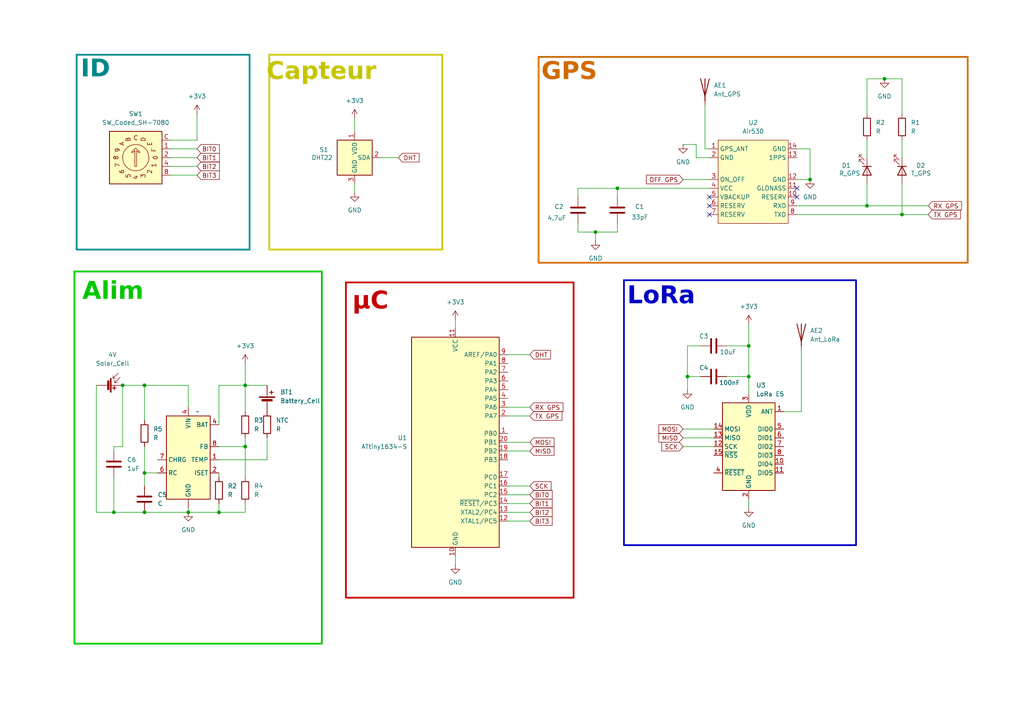
<source format=kicad_sch>
(kicad_sch (version 20250114) (generator "eeschema") (generator_version "9.0")
  (paper "A4")
  (title_block (title "Capteur Attiny") (date "2026-01-23") (rev "0") (company "Lycee Livet") (comment 1 "AMIAUT Tom"))
  (lib_symbols
    (symbol "Device:Antenna" (pin_numbers (hide yes)) (pin_names (offset 1.016) (hide yes))
      (property "Reference" "AE" (at -1.905 1.905 0))
      (property "Value" "Antenna" (at -1.905 0 0))
      (symbol "Antenna_0_1"
        (polyline (pts (xy 0 2.54) (xy 0 -3.81)) (stroke (width 0.254)))
        (polyline (pts (xy 1.27 2.54) (xy 0 -2.54) (xy -1.27 2.54)) (stroke (width 0.254)))
      )
      (symbol "Antenna_1_1"
        (pin input line (at 0 -5.08 90) (length 2.54) (name "A") (number "1"))
      )
    )
    (symbol "Device:Battery_Cell" (pin_numbers (hide yes)) (pin_names (offset 0) (hide yes))
      (property "Reference" "BT" (at 2.54 2.54 0))
      (property "Value" "Battery_Cell" (at 2.54 0 0))
      (symbol "Battery_Cell_0_1"
        (rectangle (start -2.286 1.778) (end 2.286 1.524) (fill (type outline)))
        (rectangle (start -1.524 1.016) (end 1.524 0.508) (fill (type outline)))
        (polyline (pts (xy 0 1.778) (xy 0 2.54)))
        (polyline (pts (xy 0 0.762) (xy 0 0)))
        (polyline (pts (xy 0.762 3.048) (xy 1.778 3.048)) (stroke (width 0.254)))
        (polyline (pts (xy 1.27 3.556) (xy 1.27 2.54)) (stroke (width 0.254)))
      )
      (symbol "Battery_Cell_1_1"
        (pin passive line (at 0 5.08 270) (length 2.54) (name "+") (number "1"))
        (pin passive line (at 0 -2.54 90) (length 2.54) (name "-") (number "2"))
      )
    )
    (symbol "Device:C" (pin_numbers (hide yes)) (pin_names (offset 0.254))
      (property "Reference" "C" (at 0.635 2.54 0))
      (property "Value" "C" (at 0.635 -2.54 0))
      (symbol "C_0_1"
        (polyline (pts (xy -2.032 0.762) (xy 2.032 0.762)) (stroke (width 0.508)))
        (polyline (pts (xy -2.032 -0.762) (xy 2.032 -0.762)) (stroke (width 0.508)))
      )
      (symbol "C_1_1"
        (pin passive line (at 0 3.81 270) (length 2.794) (name "~") (number "1"))
        (pin passive line (at 0 -3.81 90) (length 2.794) (name "~") (number "2"))
      )
    )
    (symbol "Device:LED" (pin_numbers (hide yes)) (pin_names (offset 1.016) (hide yes))
      (property "Reference" "D" (at 0 2.54 0))
      (property "Value" "LED" (at 0 -2.54 0))
      (symbol "LED_0_1"
        (polyline (pts (xy -3.048 -0.762) (xy -4.572 -2.286) (xy -3.81 -2.286) (xy -4.572 -2.286) (xy -4.572 -1.524)))
        (polyline (pts (xy -1.778 -0.762) (xy -3.302 -2.286) (xy -2.54 -2.286) (xy -3.302 -2.286) (xy -3.302 -1.524)))
        (polyline (pts (xy -1.27 0) (xy 1.27 0)))
        (polyline (pts (xy -1.27 -1.27) (xy -1.27 1.27)) (stroke (width 0.254)))
        (polyline (pts (xy 1.27 -1.27) (xy 1.27 1.27) (xy -1.27 0) (xy 1.27 -1.27)) (stroke (width 0.254)))
      )
      (symbol "LED_1_1"
        (pin passive line (at -3.81 0 0) (length 2.54) (name "K") (number "1"))
        (pin passive line (at 3.81 0 180) (length 2.54) (name "A") (number "2"))
      )
    )
    (symbol "Device:R" (pin_numbers (hide yes)) (pin_names (offset 0))
      (property "Reference" "R" (at 2.032 0 90))
      (property "Value" "R" (at 0 0 90))
      (symbol "R_0_1"
        (rectangle (start -1.016 -2.54) (end 1.016 2.54) (stroke (width 0.254)))
      )
      (symbol "R_1_1"
        (pin passive line (at 0 3.81 270) (length 1.27) (name "~") (number "1"))
        (pin passive line (at 0 -3.81 90) (length 1.27) (name "~") (number "2"))
      )
    )
    (symbol "Device:Solar_Cell" (pin_numbers (hide yes)) (pin_names (offset 0) (hide yes))
      (property "Reference" "SC" (at 2.54 2.54 0))
      (property "Value" "Solar_Cell" (at 2.54 0 0))
      (symbol "Solar_Cell_0_1"
        (polyline (pts (xy -2.032 3.048) (xy -2.032 2.286) (xy -2.794 2.286)))
        (polyline (pts (xy -2.032 2.286) (xy -3.556 3.81)))
        (rectangle (start -2.032 1.778) (end 2.032 1.524) (fill (type outline)))
        (rectangle (start -1.3208 1.1938) (end 1.27 0.6858) (fill (type outline)))
        (polyline (pts (xy -0.762 3.556) (xy -0.762 2.794) (xy -1.524 2.794)))
        (polyline (pts (xy -0.762 2.794) (xy -2.286 4.318)))
        (polyline (pts (xy 0 1.778) (xy 0 2.54)))
        (polyline (pts (xy 0 0.762) (xy 0 0)))
        (polyline (pts (xy 0.254 2.667) (xy 1.27 2.667)) (stroke (width 0.254)))
        (polyline (pts (xy 0.762 3.175) (xy 0.762 2.159)) (stroke (width 0.254)))
      )
      (symbol "Solar_Cell_1_1"
        (pin passive line (at 0 5.08 270) (length 2.54) (name "+") (number "1"))
        (pin passive line (at 0 -2.54 90) (length 2.54) (name "-") (number "2"))
      )
    )
    (symbol "MCU_Microchip_ATtiny:ATtiny1634-S"
      (property "Reference" "U" (at -12.7 31.75 0))
      (property "Value" "ATtiny1634-S" (at 2.54 -31.75 0))
      (symbol "ATtiny1634-S_0_1"
        (rectangle (start -12.7 -30.48) (end 12.7 30.48) (stroke (width 0.254)) (fill (type background)))
      )
      (symbol "ATtiny1634-S_1_1"
        (pin power_in line (at 0 33.02 270) (length 2.54) (name "VCC") (number "11"))
        (pin power_in line (at 0 -33.02 90) (length 2.54) (name "GND") (number "10"))
        (pin bidirectional line (at 15.24 25.4 180) (length 2.54) (name "AREF/PA0") (number "9"))
        (pin bidirectional line (at 15.24 22.86 180) (length 2.54) (name "PA1") (number "8"))
        (pin bidirectional line (at 15.24 20.32 180) (length 2.54) (name "PA2") (number "7"))
        (pin bidirectional line (at 15.24 17.78 180) (length 2.54) (name "PA3") (number "6"))
        (pin bidirectional line (at 15.24 15.24 180) (length 2.54) (name "PA4") (number "5"))
        (pin bidirectional line (at 15.24 12.7 180) (length 2.54) (name "PA5") (number "4"))
        (pin bidirectional line (at 15.24 10.16 180) (length 2.54) (name "PA6") (number "3"))
        (pin bidirectional line (at 15.24 7.62 180) (length 2.54) (name "PA7") (number "2"))
        (pin bidirectional line (at 15.24 2.54 180) (length 2.54) (name "PB0") (number "1"))
        (pin bidirectional line (at 15.24 0 180) (length 2.54) (name "PB1") (number "20"))
        (pin bidirectional line (at 15.24 -2.54 180) (length 2.54) (name "PB2") (number "19"))
        (pin bidirectional line (at 15.24 -5.08 180) (length 2.54) (name "PB3") (number "18"))
        (pin bidirectional line (at 15.24 -10.16 180) (length 2.54) (name "PC0") (number "17"))
        (pin bidirectional line (at 15.24 -12.7 180) (length 2.54) (name "PC1") (number "16"))
        (pin bidirectional line (at 15.24 -15.24 180) (length 2.54) (name "PC2") (number "15"))
        (pin bidirectional line (at 15.24 -17.78 180) (length 2.54) (name "~{RESET}/PC3") (number "14"))
        (pin bidirectional line (at 15.24 -20.32 180) (length 2.54) (name "XTAL2/PC4") (number "13"))
        (pin bidirectional line (at 15.24 -22.86 180) (length 2.54) (name "XTAL1/PC5") (number "12"))
      )
    )
    (symbol "Projet_composants:Air530"
      (property "Reference" "GPS" (at -0.254 15.748 0))
      (property "Value" "Air530" (at -0.254 -12.954 0))
      (symbol "Air530_1_1"
        (rectangle (start -10.16 13.97) (end 10.16 -10.16) (fill (type background)))
        (pin input line (at -12.7 11.43 0) (length 2.54) (name "GPS_ANT") (number "1"))
        (pin power_in line (at -12.7 8.89 0) (length 2.54) (name "GND") (number "2"))
        (pin power_in line (at -12.7 2.54 0) (length 2.54) (name "ON_OFF") (number "3"))
        (pin power_in line (at -12.7 0 0) (length 2.54) (name "VCC") (number "4"))
        (pin passive line (at -12.7 -2.54 0) (length 2.54) (name "VBACKUP") (number "5"))
        (pin passive line (at -12.7 -5.08 0) (length 2.54) (name "RESERV") (number "6"))
        (pin passive line (at -12.7 -7.62 0) (length 2.54) (name "RESERV") (number "7"))
        (pin power_in line (at 12.7 11.43 180) (length 2.54) (name "GND") (number "14"))
        (pin power_in line (at 12.7 8.89 180) (length 2.54) (name "1PPS") (number "13"))
        (pin power_in line (at 12.7 2.54 180) (length 2.54) (name "GND") (number "12"))
        (pin passive line (at 12.7 0 180) (length 2.54) (name "GLONASS") (number "11"))
        (pin input line (at 12.7 -2.54 180) (length 2.54) (name "RESERV") (number "10"))
        (pin input line (at 12.7 -5.08 180) (length 2.54) (name "RXD") (number "9"))
        (pin output line (at 12.7 -7.62 180) (length 2.54) (name "TXD") (number "8"))
      )
    )
    (symbol "Projet_composants:CN3083"
      (symbol "CN3083_1_1"
        (rectangle (start -6.35 8.89) (end 6.35 -15.24) (stroke (width 0.254)) (fill (type background)))
        (pin passive line (at -8.89 -3.81 0) (length 2.54) (name "CHRG") (number "7"))
        (pin passive line (at -8.89 -7.62 0) (length 2.54) (name "RC") (number "6"))
        (pin power_in line (at 0 11.43 270) (length 2.54) (name "VIN") (number "4"))
        (pin power_in line (at 0 -17.78 90) (length 2.54) (name "GND") (number ""))
        (pin input line (at 8.89 6.35 180) (length 2.54) (name "BAT") (number "4"))
        (pin power_in line (at 8.89 0 180) (length 2.54) (name "FB") (number "8"))
        (pin passive line (at 8.89 -3.81 180) (length 2.54) (name "TEMP") (number "1"))
        (pin passive line (at 8.89 -7.62 180) (length 2.54) (name "ISET") (number "2"))
      )
    )
    (symbol "RF_Module:Ai-Thinker-Ra-01"
      (property "Reference" "U" (at 2.54 17.78 0))
      (property "Value" "Ai-Thinker-Ra-01" (at 13.97 -15.24 0))
      (symbol "Ai-Thinker-Ra-01_0_1"
        (rectangle (start -7.62 12.7) (end 7.62 -12.7) (stroke (width 0.254)) (fill (type background)))
      )
      (symbol "Ai-Thinker-Ra-01_1_1"
        (pin input line (at -10.16 5.08 0) (length 2.54) (name "MOSI") (number "14"))
        (pin output line (at -10.16 2.54 0) (length 2.54) (name "MISO") (number "13"))
        (pin input line (at -10.16 0 0) (length 2.54) (name "SCK") (number "12"))
        (pin input line (at -10.16 -2.54 0) (length 2.54) (name "~{NSS}") (number "15"))
        (pin input line (at -10.16 -7.62 0) (length 2.54) (name "~{RESET}") (number "4"))
        (pin power_in line (at 0 15.24 270) (length 2.54) (name "VDD") (number "3"))
        (pin passive line (at 0 -15.24 90) (length 2.54) (hide yes) (name "GND") (number "16"))
        (pin power_in line (at 0 -15.24 90) (length 2.54) (name "GND") (number "2"))
        (pin passive line (at 0 -15.24 90) (length 2.54) (hide yes) (name "GND") (number "9"))
        (pin passive line (at 10.16 10.16 180) (length 2.54) (name "ANT") (number "1"))
        (pin bidirectional line (at 10.16 5.08 180) (length 2.54) (name "DIO0") (number "5"))
        (pin bidirectional line (at 10.16 2.54 180) (length 2.54) (name "DIO1") (number "6"))
        (pin bidirectional line (at 10.16 0 180) (length 2.54) (name "DIO2") (number "7"))
        (pin bidirectional line (at 10.16 -2.54 180) (length 2.54) (name "DIO3") (number "8"))
        (pin bidirectional line (at 10.16 -5.08 180) (length 2.54) (name "DIO4") (number "10"))
        (pin bidirectional line (at 10.16 -7.62 180) (length 2.54) (name "DIO5") (number "11"))
      )
    )
    (symbol "Sensor:AM2302"
      (property "Reference" "U" (at -3.81 6.35 0))
      (property "Value" "AM2302" (at 3.81 6.35 0))
      (symbol "AM2302_0_1"
        (rectangle (start -5.08 5.08) (end 5.08 -5.08) (stroke (width 0.254)) (fill (type background)))
      )
      (symbol "AM2302_1_1"
        (pin power_in line (at 0 7.62 270) (length 2.54) (name "VDD") (number "1"))
        (pin power_in line (at 0 -7.62 90) (length 2.54) (name "GND") (number "3"))
        (pin passive line (at 0 -7.62 90) (length 2.54) (hide yes) (name "GND") (number "4"))
        (pin bidirectional line (at 7.62 0 180) (length 2.54) (name "SDA") (number "2"))
      )
    )
    (symbol "Switch:SW_Coded_SH-7080" (pin_names (hide yes))
      (property "Reference" "SW" (at -7.62 8.89 0))
      (property "Value" "SW_Coded_SH-7080" (at -7.62 -8.89 0))
      (symbol "SW_Coded_SH-7080_0_0"
        (text "8" (at -5.715 0 900) (effects (font (size 1.27 1.27))))
        (text "9" (at -5.2832 2.1844 675) (effects (font (size 1.27 1.27))))
        (text "7" (at -5.2832 -2.1844 1125) (effects (font (size 1.27 1.27))))
        (text "A" (at -4.0386 4.0386 450) (effects (font (size 1.27 1.27))))
        (text "6" (at -4.0386 -4.0386 1350) (effects (font (size 1.27 1.27))))
        (text "B" (at -2.1844 5.2832 225) (effects (font (size 1.27 1.27))))
        (text "5" (at -2.1844 -5.2832 1575) (effects (font (size 1.27 1.27))))
        (text "C" (at 0 5.715 0) (effects (font (size 1.27 1.27))))
        (text "4" (at 0 -5.715 1800) (effects (font (size 1.27 1.27))))
        (text "D" (at 2.1844 5.2832 3375) (effects (font (size 1.27 1.27))))
        (text "3" (at 2.1844 -5.2832 2025) (effects (font (size 1.27 1.27))))
        (text "E" (at 4.0386 4.0386 3150) (effects (font (size 1.27 1.27))))
        (text "2" (at 4.0386 -4.0386 2250) (effects (font (size 1.27 1.27))))
        (text "F" (at 5.2832 2.1844 2925) (effects (font (size 1.27 1.27))))
        (text "1" (at 5.2832 -2.1844 2475) (effects (font (size 1.27 1.27))))
        (text "0" (at 5.715 0 2700) (effects (font (size 1.27 1.27))))
      )
      (symbol "SW_Coded_SH-7080_0_1"
        (polyline (pts (xy -0.254 -2.54) (xy -0.254 2.032) (xy -0.762 1.524) (xy -1.27 1.524) (xy 0 2.794) (xy 1.27 1.524) (xy 0.762 1.524) (xy 0.254 2.032) (xy 0.254 -2.54) (xy -0.254 -2.54) (xy -0.254 -2.54)))
        (circle (center 0 0) (radius 3.81))
        (rectangle (start 7.62 7.62) (end -7.62 -7.62) (stroke (width 0.254)) (fill (type background)))
      )
      (symbol "SW_Coded_SH-7080_1_1"
        (pin passive line (at 10.16 5.08 180) (length 2.54) (name "C") (number "C"))
        (pin passive line (at 10.16 2.54 180) (length 2.54) (name "1") (number "1"))
        (pin passive line (at 10.16 0 180) (length 2.54) (name "2") (number "2"))
        (pin passive line (at 10.16 -2.54 180) (length 2.54) (name "4") (number "4"))
        (pin passive line (at 10.16 -5.08 180) (length 2.54) (name "8") (number "8"))
      )
    )
    (symbol "power:+3V3" (power) (pin_numbers (hide yes)) (pin_names (offset 0) (hide yes))
      (property "Value" "+3V3" (at 0 3.556 0))
      (symbol "+3V3_0_1"
        (polyline (pts (xy -0.762 1.27) (xy 0 2.54)))
        (polyline (pts (xy 0 2.54) (xy 0.762 1.27)))
        (polyline (pts (xy 0 0) (xy 0 2.54)))
      )
      (symbol "+3V3_1_1"
        (pin power_in line (at 0 0 90) (length 0) (name "~") (number "1"))
      )
    )
    (symbol "power:GND" (power) (pin_numbers (hide yes)) (pin_names (offset 0) (hide yes))
      (property "Value" "GND" (at 0 -3.81 0))
      (symbol "GND_0_1"
        (polyline (pts (xy 0 0) (xy 0 -1.27) (xy 1.27 -1.27) (xy 0 -2.54) (xy -1.27 -1.27) (xy 0 -1.27)))
      )
      (symbol "GND_1_1"
        (pin power_in line (at 0 0 270) (length 0) (name "~") (number "1"))
      )
    )
  )
  (rectangle (start 22.225 15.875) (end 72.39 72.39) (stroke (width 0.508) (color 0 132 132 1)))
  (rectangle (start 100.33 81.915) (end 166.37 173.355) (stroke (width 0.508) (color 194 0 0 1)))
  (rectangle (start 180.975 81.28) (end 248.285 158.115) (stroke (width 0.508) (color 0 0 194 1)))
  (rectangle (start 156.21 16.51) (end 280.67 76.2) (stroke (width 0.508) (color 204 102 0 1)))
  (rectangle (start 78.105 15.875) (end 128.27 72.39) (stroke (width 0.508) (color 194 194 0 1)))
  (rectangle (start 21.59 78.74) (end 93.345 186.69) (stroke (width 0.508) (color 0 194 0 1)))
  (text "Capteur" (at 93.218 22.352 0) (effects (font (size 5.08 5.08) (thickness 0.254) (bold yes))))
  (text "µC" (at 107.442 88.9 0) (effects (font (size 5.08 5.08) (thickness 0.254) (bold yes))))
  (text "ID" (at 27.686 21.59 0) (effects (font (size 5.08 5.08) (thickness 0.254) (bold yes))))
  (text "GPS" (at 165.1 22.352 0) (effects (font (size 5.08 5.08) (thickness 0.254) (bold yes))))
  (text "Alim" (at 32.766 86.106 0) (effects (font (size 5.08 5.08) (thickness 0.254) (bold yes))))
  (text "LoRa" (at 191.77 87.376 0) (effects (font (size 5.08 5.08) (thickness 0.254) (bold yes))))
  (junction (at 261.62 62.23))
  (junction (at 71.12 111.76))
  (junction (at 256.54 22.86))
  (junction (at 217.17 109.22))
  (junction (at 33.02 148.59))
  (junction (at 63.5 148.59))
  (junction (at 41.91 111.76))
  (junction (at 234.95 52.07))
  (junction (at 41.91 148.59))
  (junction (at 71.12 129.54))
  (junction (at 41.91 137.16))
  (junction (at 199.39 109.22))
  (junction (at 54.61 148.59))
  (junction (at 217.17 100.33))
  (junction (at 35.56 111.76))
  (junction (at 179.07 54.61))
  (junction (at 251.46 59.69))
  (junction (at 172.72 67.31))
  (no_connect (at 231.14 57.15))
  (no_connect (at 205.74 59.69))
  (no_connect (at 205.74 62.23))
  (no_connect (at 231.14 54.61))
  (no_connect (at 205.74 57.15))
  (wire (pts (xy 110.49 45.72) (xy 115.57 45.72)))
  (wire (pts (xy 232.41 119.38) (xy 227.33 119.38)))
  (wire (pts (xy 57.15 40.64) (xy 49.53 40.64)))
  (wire (pts (xy 201.93 45.72) (xy 205.74 45.72)))
  (wire (pts (xy 63.5 111.76) (xy 71.12 111.76)))
  (wire (pts (xy 217.17 100.33) (xy 217.17 109.22)))
  (wire (pts (xy 251.46 59.69) (xy 269.24 59.69)))
  (wire (pts (xy 261.62 33.02) (xy 261.62 22.86)))
  (wire (pts (xy 41.91 137.16) (xy 41.91 140.97)))
  (wire (pts (xy 198.12 127) (xy 207.01 127)))
  (wire (pts (xy 71.12 105.41) (xy 71.12 111.76)))
  (wire (pts (xy 35.56 129.54) (xy 35.56 111.76)))
  (wire (pts (xy 71.12 129.54) (xy 71.12 138.43)))
  (wire (pts (xy 203.2 100.33) (xy 199.39 100.33)))
  (wire (pts (xy 132.08 92.71) (xy 132.08 95.25)))
  (wire (pts (xy 261.62 62.23) (xy 269.24 62.23)))
  (wire (pts (xy 210.82 109.22) (xy 217.17 109.22)))
  (wire (pts (xy 45.72 137.16) (xy 41.91 137.16)))
  (wire (pts (xy 33.02 129.54) (xy 33.02 130.81)))
  (wire (pts (xy 198.12 52.07) (xy 205.74 52.07)))
  (wire (pts (xy 41.91 111.76) (xy 54.61 111.76)))
  (wire (pts (xy 198.12 124.46) (xy 207.01 124.46)))
  (wire (pts (xy 147.32 102.87) (xy 153.67 102.87)))
  (wire (pts (xy 261.62 40.64) (xy 261.62 45.72)))
  (wire (pts (xy 231.14 62.23) (xy 261.62 62.23)))
  (wire (pts (xy 261.62 53.34) (xy 261.62 62.23)))
  (wire (pts (xy 147.32 120.65) (xy 153.67 120.65)))
  (wire (pts (xy 41.91 148.59) (xy 54.61 148.59)))
  (wire (pts (xy 147.32 140.97) (xy 153.67 140.97)))
  (wire (pts (xy 217.17 93.98) (xy 217.17 100.33)))
  (wire (pts (xy 147.32 118.11) (xy 153.67 118.11)))
  (wire (pts (xy 49.53 43.18) (xy 57.15 43.18)))
  (wire (pts (xy 132.08 161.29) (xy 132.08 163.83)))
  (wire (pts (xy 63.5 137.16) (xy 63.5 138.43)))
  (wire (pts (xy 147.32 148.59) (xy 153.67 148.59)))
  (wire (pts (xy 77.47 133.35) (xy 63.5 133.35)))
  (wire (pts (xy 102.87 34.29) (xy 102.87 38.1)))
  (wire (pts (xy 256.54 22.86) (xy 261.62 22.86)))
  (wire (pts (xy 231.14 52.07) (xy 234.95 52.07)))
  (wire (pts (xy 63.5 129.54) (xy 71.12 129.54)))
  (wire (pts (xy 147.32 143.51) (xy 153.67 143.51)))
  (wire (pts (xy 41.91 129.54) (xy 41.91 137.16)))
  (wire (pts (xy 71.12 148.59) (xy 63.5 148.59)))
  (wire (pts (xy 41.91 111.76) (xy 41.91 121.92)))
  (wire (pts (xy 172.72 67.31) (xy 167.64 67.31)))
  (wire (pts (xy 234.95 43.18) (xy 234.95 52.07)))
  (wire (pts (xy 63.5 111.76) (xy 63.5 123.19)))
  (wire (pts (xy 33.02 129.54) (xy 35.56 129.54)))
  (wire (pts (xy 167.64 67.31) (xy 167.64 64.77)))
  (wire (pts (xy 33.02 148.59) (xy 41.91 148.59)))
  (wire (pts (xy 179.07 54.61) (xy 179.07 57.15)))
  (wire (pts (xy 71.12 146.05) (xy 71.12 148.59)))
  (wire (pts (xy 217.17 109.22) (xy 217.17 114.3)))
  (wire (pts (xy 33.02 138.43) (xy 33.02 148.59)))
  (wire (pts (xy 49.53 48.26) (xy 57.15 48.26)))
  (wire (pts (xy 251.46 33.02) (xy 251.46 22.86)))
  (wire (pts (xy 231.14 43.18) (xy 234.95 43.18)))
  (wire (pts (xy 102.87 53.34) (xy 102.87 55.88)))
  (wire (pts (xy 27.94 148.59) (xy 33.02 148.59)))
  (wire (pts (xy 77.47 127) (xy 77.47 133.35)))
  (wire (pts (xy 49.53 50.8) (xy 57.15 50.8)))
  (wire (pts (xy 205.74 54.61) (xy 179.07 54.61)))
  (wire (pts (xy 210.82 100.33) (xy 217.17 100.33)))
  (wire (pts (xy 49.53 45.72) (xy 57.15 45.72)))
  (wire (pts (xy 204.47 30.48) (xy 204.47 43.18)))
  (wire (pts (xy 172.72 67.31) (xy 172.72 69.85)))
  (wire (pts (xy 251.46 40.64) (xy 251.46 45.72)))
  (wire (pts (xy 71.12 129.54) (xy 71.12 127)))
  (wire (pts (xy 199.39 109.22) (xy 199.39 113.03)))
  (wire (pts (xy 232.41 101.6) (xy 232.41 119.38)))
  (wire (pts (xy 198.12 129.54) (xy 207.01 129.54)))
  (wire (pts (xy 27.94 148.59) (xy 27.94 111.76)))
  (wire (pts (xy 54.61 148.59) (xy 63.5 148.59)))
  (wire (pts (xy 205.74 43.18) (xy 204.47 43.18)))
  (wire (pts (xy 57.15 33.02) (xy 57.15 40.64)))
  (wire (pts (xy 199.39 100.33) (xy 199.39 109.22)))
  (wire (pts (xy 179.07 67.31) (xy 172.72 67.31)))
  (wire (pts (xy 147.32 151.13) (xy 153.67 151.13)))
  (wire (pts (xy 179.07 54.61) (xy 167.64 54.61)))
  (wire (pts (xy 251.46 22.86) (xy 256.54 22.86)))
  (wire (pts (xy 217.17 144.78) (xy 217.17 147.32)))
  (wire (pts (xy 167.64 54.61) (xy 167.64 57.15)))
  (wire (pts (xy 179.07 64.77) (xy 179.07 67.31)))
  (wire (pts (xy 199.39 109.22) (xy 203.2 109.22)))
  (wire (pts (xy 201.93 41.91) (xy 201.93 45.72)))
  (wire (pts (xy 54.61 147.32) (xy 54.61 148.59)))
  (wire (pts (xy 71.12 111.76) (xy 71.12 119.38)))
  (wire (pts (xy 251.46 53.34) (xy 251.46 59.69)))
  (wire (pts (xy 147.32 128.27) (xy 153.67 128.27)))
  (wire (pts (xy 54.61 111.76) (xy 54.61 118.11)))
  (wire (pts (xy 147.32 146.05) (xy 153.67 146.05)))
  (wire (pts (xy 63.5 146.05) (xy 63.5 148.59)))
  (wire (pts (xy 35.56 111.76) (xy 41.91 111.76)))
  (wire (pts (xy 198.12 41.91) (xy 201.93 41.91)))
  (wire (pts (xy 71.12 111.76) (xy 77.47 111.76)))
  (wire (pts (xy 231.14 59.69) (xy 251.46 59.69)))
  (wire (pts (xy 147.32 130.81) (xy 153.67 130.81)))
  (global_label "MISO" (shape input) (at 153.67 130.81 0) (property "Intersheetrefs" "${INTERSHEET_REFS}" (effects (hide yes))))
  (global_label "RX GPS" (shape input) (at 269.24 59.69 0) (property "Intersheetrefs" "${INTERSHEET_REFS}" (effects (hide yes))))
  (global_label "BIT1" (shape input) (at 57.15 45.72 0) (property "Intersheetrefs" "${INTERSHEET_REFS}" (effects (hide yes))))
  (global_label "BIT3" (shape input) (at 153.67 151.13 0) (property "Intersheetrefs" "${INTERSHEET_REFS}" (effects (hide yes))))
  (global_label "TX GPS" (shape input) (at 153.67 120.65 0) (property "Intersheetrefs" "${INTERSHEET_REFS}" (effects (hide yes))))
  (global_label "RX GPS" (shape input) (at 153.67 118.11 0) (property "Intersheetrefs" "${INTERSHEET_REFS}" (effects (hide yes))))
  (global_label "BIT2" (shape input) (at 153.67 148.59 0) (property "Intersheetrefs" "${INTERSHEET_REFS}" (effects (hide yes))))
  (global_label "SCK" (shape input) (at 153.67 140.97 0) (property "Intersheetrefs" "${INTERSHEET_REFS}" (effects (hide yes))))
  (global_label "BIT2" (shape input) (at 57.15 48.26 0) (property "Intersheetrefs" "${INTERSHEET_REFS}" (effects (hide yes))))
  (global_label "DHT" (shape input) (at 153.67 102.87 0) (property "Intersheetrefs" "${INTERSHEET_REFS}" (effects (hide yes))))
  (global_label "BIT0" (shape input) (at 57.15 43.18 0) (property "Intersheetrefs" "${INTERSHEET_REFS}" (effects (hide yes))))
  (global_label "MOSI" (shape input) (at 153.67 128.27 0) (property "Intersheetrefs" "${INTERSHEET_REFS}" (effects (hide yes))))
  (global_label "MISO" (shape input) (at 198.12 127 180) (property "Intersheetrefs" "${INTERSHEET_REFS}" (effects (hide yes))))
  (global_label "OFF GPS" (shape input) (at 198.12 52.07 180) (property "Intersheetrefs" "${INTERSHEET_REFS}" (effects (hide yes))))
  (global_label "TX GPS" (shape input) (at 269.24 62.23 0) (property "Intersheetrefs" "${INTERSHEET_REFS}" (effects (hide yes))))
  (global_label "SCK" (shape input) (at 198.12 129.54 180) (property "Intersheetrefs" "${INTERSHEET_REFS}" (effects (hide yes))))
  (global_label "DHT" (shape input) (at 115.57 45.72 0) (property "Intersheetrefs" "${INTERSHEET_REFS}" (effects (hide yes))))
  (global_label "MOSI" (shape input) (at 198.12 124.46 180) (property "Intersheetrefs" "${INTERSHEET_REFS}" (effects (hide yes))))
  (global_label "BIT3" (shape input) (at 57.15 50.8 0) (property "Intersheetrefs" "${INTERSHEET_REFS}" (effects (hide yes))))
  (global_label "BIT0" (shape input) (at 153.67 143.51 0) (property "Intersheetrefs" "${INTERSHEET_REFS}" (effects (hide yes))))
  (global_label "BIT1" (shape input) (at 153.67 146.05 0) (property "Intersheetrefs" "${INTERSHEET_REFS}" (effects (hide yes))))
  (symbol (lib_id "Device:C") (at 207.01 109.22 90) (unit 1)
    (property "Reference" "C4" (at 205.486 106.68 90) (effects (justify left)))
    (property "Value" "100nF" (at 214.63 110.998 90) (effects (justify left)))
    (property "Description" "Unpolarized capacitor" (effects (hide yes)))
  )
  (symbol (lib_id "Device:C") (at 33.02 134.62 0) (unit 1)
    (property "Reference" "C6" (at 36.83 133.3499 0) (effects (justify left)))
    (property "Value" "1uF" (at 36.83 135.8899 0) (effects (justify left)))
    (property "Description" "Unpolarized capacitor" (effects (hide yes)))
  )
  (symbol (lib_id "Device:R") (at 71.12 123.19 0) (unit 1)
    (property "Reference" "R3" (at 73.66 121.9199 0) (effects (justify left)))
    (property "Value" "R" (at 73.66 124.4599 0) (effects (justify left)))
    (property "Description" "Resistor" (effects (hide yes)))
  )
  (symbol (lib_id "Device:LED") (at 261.62 49.53 270) (unit 1)
    (property "Reference" "D2" (at 265.684 48.006 90) (effects (justify left)))
    (property "Value" "T_GPS" (at 264.16 50.292 90) (effects (justify left)))
    (property "Description" "Light emitting diode" (effects (hide yes)))
    (property "Sim.Pins" "1=K 2=A" (effects (hide yes)))
  )
  (symbol (lib_id "RF_Module:Ai-Thinker-Ra-01") (at 217.17 129.54 0) (unit 1)
    (property "Reference" "U3" (at 219.3133 111.76 0) (effects (justify left)))
    (property "Value" "LoRa E5" (at 219.3133 114.3 0) (effects (justify left)))
    (property "Footprint" "RF_Module:Ai-Thinker-Ra-01-LoRa" (effects (hide yes)))
    (property "Datasheet" "http://wiki.ai-thinker.com/_media/lora/docs/c047ps01a1_ra-01_product_specification_v1.1.pdf" (effects (hide yes)))
    (property "Description" "Ai-Thinker Ra-01 410-525 MHz LoRa Module, SPI interface, external antenna" (effects (hide yes)))
  )
  (symbol (lib_id "power:GND") (at 198.12 41.91 0) (unit 1)
    (property "Reference" "#PWR05" (effects (hide yes)))
    (property "Value" "GND" (at 198.12 46.99 0))
    (property "Description" "Power symbol creates a global label with name \"GND\" , ground" (effects (hide yes)))
  )
  (symbol (lib_id "Device:C") (at 167.64 60.96 0) (unit 1)
    (property "Reference" "C2" (at 160.782 59.944 0) (effects (justify left)))
    (property "Value" "4.7uF" (at 158.75 63.246 0) (effects (justify left)))
    (property "Description" "Unpolarized capacitor" (effects (hide yes)))
  )
  (symbol (lib_id "Device:LED") (at 251.46 49.53 270) (unit 1)
    (property "Reference" "D1" (at 244.094 48.006 90) (effects (justify left)))
    (property "Value" "R_GPS" (at 243.332 50.292 90) (effects (justify left)))
    (property "Description" "Light emitting diode" (effects (hide yes)))
    (property "Sim.Pins" "1=K 2=A" (effects (hide yes)))
  )
  (symbol (lib_id "power:GND") (at 132.08 163.83 0) (unit 1)
    (property "Reference" "#PWR02" (effects (hide yes)))
    (property "Value" "GND" (at 132.08 168.91 0))
    (property "Description" "Power symbol creates a global label with name \"GND\" , ground" (effects (hide yes)))
  )
  (symbol (lib_id "power:+3V3") (at 57.15 33.02 0) (unit 1)
    (property "Reference" "#PWR01" (effects (hide yes)))
    (property "Value" "+3V3" (at 57.15 27.94 0))
    (property "Description" "Power symbol creates a global label with name \"+3V3\"" (effects (hide yes)))
  )
  (symbol (lib_id "Device:Antenna") (at 204.47 25.4 0) (unit 1)
    (property "Reference" "AE1" (at 207.01 24.7649 0) (effects (justify left)))
    (property "Value" "Ant_GPS" (at 207.01 27.3049 0) (effects (justify left)))
    (property "Description" "Antenna" (effects (hide yes)))
  )
  (symbol (lib_id "power:GND") (at 217.17 147.32 0) (unit 1)
    (property "Reference" "#PWR08" (effects (hide yes)))
    (property "Value" "GND" (at 217.17 152.4 0))
    (property "Description" "Power symbol creates a global label with name \"GND\" , ground" (effects (hide yes)))
  )
  (symbol (lib_id "Projet_composants:Air530") (at 218.44 54.61 0) (unit 1)
    (property "Reference" "U2" (at 218.44 35.56 0))
    (property "Value" "Air530" (at 218.44 38.1 0))
  )
  (symbol (lib_id "Sensor:AM2302") (at 102.87 45.72 0) (unit 1)
    (property "Reference" "S1" (at 95.25 43.434 0) (effects (justify right)))
    (property "Value" "DHT22" (at 96.52 45.7199 0) (effects (justify right)))
    (property "Footprint" "Sensor:ASAIR_AM2302_P2.54mm_Vertical" (effects (hide yes)))
    (property "Datasheet" "http://akizukidenshi.com/download/ds/aosong/AM2302.pdf" (effects (hide yes)))
    (property "Description" "3.3 to 5.0V, Temperature and humidity module,  DHT22, AM2302" (effects (hide yes)))
  )
  (symbol (lib_id "Device:Antenna") (at 232.41 96.52 0) (unit 1)
    (property "Reference" "AE2" (at 234.95 95.8849 0) (effects (justify left)))
    (property "Value" "Ant_LoRa" (at 234.95 98.4249 0) (effects (justify left)))
    (property "Description" "Antenna" (effects (hide yes)))
  )
  (symbol (lib_id "Device:R") (at 63.5 142.24 0) (unit 1)
    (property "Reference" "R2" (at 66.04 140.9699 0) (effects (justify left)))
    (property "Value" "R" (at 66.04 143.5099 0) (effects (justify left)))
    (property "Description" "Resistor" (effects (hide yes)))
  )
  (symbol (lib_id "power:GND") (at 199.39 113.03 0) (unit 1)
    (property "Reference" "#PWR010" (effects (hide yes)))
    (property "Value" "GND" (at 199.39 118.11 0))
    (property "Description" "Power symbol creates a global label with name \"GND\" , ground" (effects (hide yes)))
  )
  (symbol (lib_id "power:+3V3") (at 102.87 34.29 0) (unit 1)
    (property "Reference" "#PWR011" (effects (hide yes)))
    (property "Value" "+3V3" (at 102.87 29.21 0))
    (property "Description" "Power symbol creates a global label with name \"+3V3\"" (effects (hide yes)))
  )
  (symbol (lib_id "power:+3V3") (at 132.08 92.71 0) (unit 1)
    (property "Reference" "#PWR03" (effects (hide yes)))
    (property "Value" "+3V3" (at 132.08 87.63 0))
    (property "Description" "Power symbol creates a global label with name \"+3V3\"" (effects (hide yes)))
  )
  (symbol (lib_id "power:GND") (at 102.87 55.88 0) (unit 1)
    (property "Reference" "#PWR012" (effects (hide yes)))
    (property "Value" "GND" (at 102.87 60.96 0))
    (property "Description" "Power symbol creates a global label with name \"GND\" , ground" (effects (hide yes)))
  )
  (symbol (lib_id "Device:R") (at 41.91 125.73 0) (unit 1)
    (property "Reference" "R5" (at 44.45 124.4599 0) (effects (justify left)))
    (property "Value" "R" (at 44.45 126.9999 0) (effects (justify left)))
    (property "Description" "Resistor" (effects (hide yes)))
  )
  (symbol (lib_id "MCU_Microchip_ATtiny:ATtiny1634-S") (at 132.08 128.27 0) (unit 1)
    (property "Reference" "U1" (at 118.11 126.9999 0) (effects (justify right)))
    (property "Value" "ATtiny1634-S" (at 118.11 129.5399 0) (effects (justify right)))
    (property "Footprint" "Package_SO:SOIC-20W_7.5x12.8mm_P1.27mm" (effects (hide yes)))
    (property "Datasheet" "http://ww1.microchip.com/downloads/en/DeviceDoc/Atmel-8303-8-bit-AVR-Microcontroller-tinyAVR-ATtiny1634_Datasheet.pdf" (effects (hide yes)))
    (property "Description" "12MHz, 16kB Flash, 1kB SRAM, 256B EEPROM, ADC, ACI, debugWIRE, SOIC-20" (effects (hide yes)))
  )
  (symbol (lib_id "power:GND") (at 256.54 22.86 0) (unit 1)
    (property "Reference" "#PWR06" (effects (hide yes)))
    (property "Value" "GND" (at 256.54 27.94 0))
    (property "Description" "Power symbol creates a global label with name \"GND\" , ground" (effects (hide yes)))
  )
  (symbol (lib_id "Device:R") (at 251.46 36.83 0) (unit 1)
    (property "Reference" "R2" (at 254 35.5599 0) (effects (justify left)))
    (property "Value" "R" (at 254 38.0999 0) (effects (justify left)))
    (property "Description" "Resistor" (effects (hide yes)))
  )
  (symbol (lib_id "Device:R") (at 77.47 123.19 0) (unit 1)
    (property "Reference" "NTC" (at 80.01 121.9199 0) (effects (justify left)))
    (property "Value" "R" (at 80.01 124.4599 0) (effects (justify left)))
    (property "Description" "Resistor" (effects (hide yes)))
  )
  (symbol (lib_id "Device:C") (at 207.01 100.33 90) (unit 1)
    (property "Reference" "C3" (at 205.486 97.536 90) (effects (justify left)))
    (property "Value" "10uF" (at 213.614 102.108 90) (effects (justify left)))
    (property "Description" "Unpolarized capacitor" (effects (hide yes)))
  )
  (symbol (lib_id "Projet_composants:CN3083") (at 54.61 129.54 0) (unit 1)
    (property "Reference" "U4" (effects (hide yes)))
    (property "Value" "~" (at 56.7533 119.38 0) (effects (justify left)))
  )
  (symbol (lib_id "power:+3V3") (at 217.17 93.98 0) (unit 1)
    (property "Reference" "#PWR07" (effects (hide yes)))
    (property "Value" "+3V3" (at 217.17 88.9 0))
    (property "Description" "Power symbol creates a global label with name \"+3V3\"" (effects (hide yes)))
  )
  (symbol (lib_id "power:GND") (at 234.95 52.07 0) (unit 1)
    (property "Reference" "#PWR04" (effects (hide yes)))
    (property "Value" "GND" (at 234.95 57.15 0))
    (property "Description" "Power symbol creates a global label with name \"GND\" , ground" (effects (hide yes)))
  )
  (symbol (lib_id "Device:R") (at 71.12 142.24 0) (unit 1)
    (property "Reference" "R4" (at 73.66 140.9699 0) (effects (justify left)))
    (property "Value" "R" (at 73.66 143.5099 0) (effects (justify left)))
    (property "Description" "Resistor" (effects (hide yes)))
  )
  (symbol (lib_id "Device:Solar_Cell") (at 30.48 111.76 270) (unit 1)
    (property "Reference" "4V" (at 32.639 102.87 90))
    (property "Value" "Solar_Cell" (at 32.639 105.41 90))
    (property "Description" "Single solar cell" (effects (hide yes)))
  )
  (symbol (lib_id "Device:C") (at 41.91 144.78 0) (unit 1)
    (property "Reference" "C5" (at 45.72 143.5099 0) (effects (justify left)))
    (property "Value" "C" (at 45.72 146.0499 0) (effects (justify left)))
    (property "Description" "Unpolarized capacitor" (effects (hide yes)))
  )
  (symbol (lib_id "Device:C") (at 179.07 60.96 0) (unit 1)
    (property "Reference" "C1" (at 184.15 59.944 0) (effects (justify left)))
    (property "Value" "33pF" (at 183.134 62.992 0) (effects (justify left)))
    (property "Description" "Unpolarized capacitor" (effects (hide yes)))
  )
  (symbol (lib_id "power:+3V3") (at 71.12 105.41 0) (unit 1)
    (property "Reference" "#PWR014" (effects (hide yes)))
    (property "Value" "+3V3" (at 71.12 100.33 0))
    (property "Description" "Power symbol creates a global label with name \"+3V3\"" (effects (hide yes)))
  )
  (symbol (lib_id "Device:Battery_Cell") (at 77.47 116.84 0) (unit 1)
    (property "Reference" "BT1" (at 81.28 113.7284 0) (effects (justify left)))
    (property "Value" "Battery_Cell" (at 81.28 116.2684 0) (effects (justify left)))
    (property "Description" "Single-cell battery" (effects (hide yes)))
  )
  (symbol (lib_id "Switch:SW_Coded_SH-7080") (at 39.37 45.72 0) (unit 1)
    (property "Reference" "SW1" (at 39.37 33.02 0))
    (property "Value" "SW_Coded_SH-7080" (at 39.37 35.56 0))
    (property "Footprint" "Button_Switch_SMD:Nidec_Copal_SH-7040B" (effects (hide yes)))
    (property "Datasheet" "https://www.nidec-copal-electronics.com/e/catalog/switch/sh-7000.pdf" (effects (hide yes)))
    (property "Description" "Rotary switch, 4-bit encoding, 16 positions, Gray code" (effects (hide yes)))
  )
  (symbol (lib_id "Device:R") (at 261.62 36.83 0) (unit 1)
    (property "Reference" "R1" (at 264.16 35.5599 0) (effects (justify left)))
    (property "Value" "R" (at 264.16 38.0999 0) (effects (justify left)))
    (property "Description" "Resistor" (effects (hide yes)))
  )
  (symbol (lib_id "power:GND") (at 172.72 69.85 0) (unit 1)
    (property "Reference" "#PWR09" (effects (hide yes)))
    (property "Value" "GND" (at 172.72 74.93 0))
    (property "Description" "Power symbol creates a global label with name \"GND\" , ground" (effects (hide yes)))
  )
  (symbol (lib_id "power:GND") (at 54.61 148.59 0) (unit 1)
    (property "Reference" "#PWR013" (effects (hide yes)))
    (property "Value" "GND" (at 54.61 153.67 0))
    (property "Description" "Power symbol creates a global label with name \"GND\" , ground" (effects (hide yes)))
  )
)
</source>
